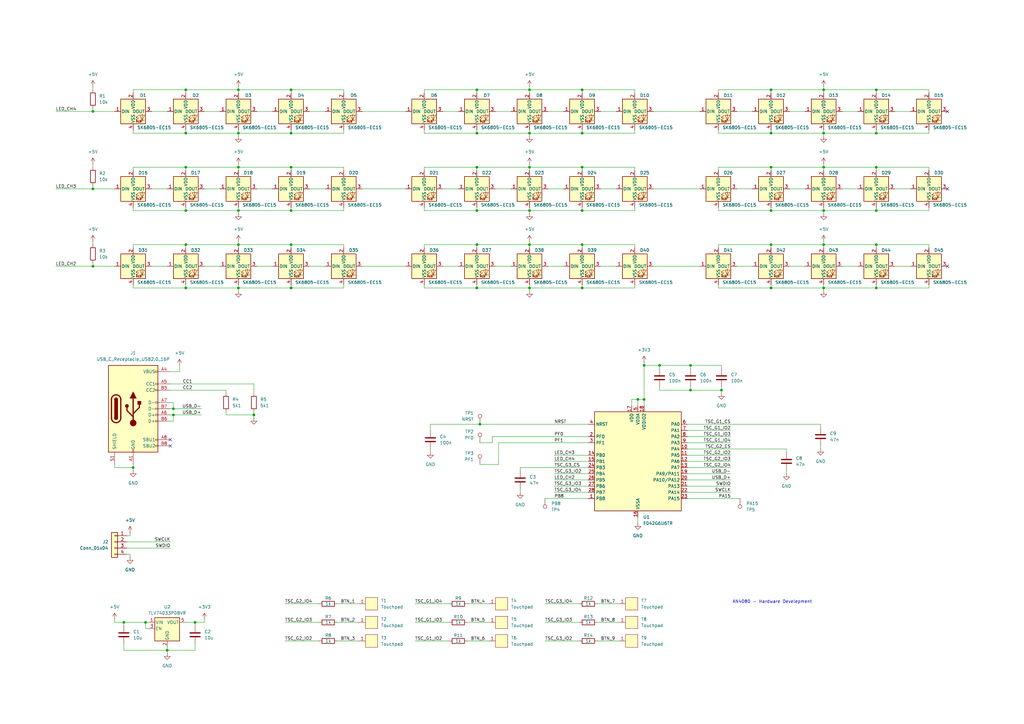
<source format=kicad_sch>
(kicad_sch (version 20250114) (generator "eeschema") (generator_version "9.0")
  (paper "A3")
  (text "AN4080 - Hardware Develepment" (at 316.738 246.888 0) (effects (font (size 1.27 1.27))))
  (junction (at 195.58 36.83))
  (junction (at 76.2 118.11))
  (junction (at 119.38 54.61))
  (junction (at 261.62 163.83))
  (junction (at 359.41 68.58))
  (junction (at 316.23 100.33))
  (junction (at 97.79 86.36))
  (junction (at 316.23 118.11))
  (junction (at 71.12 167.64))
  (junction (at 50.8 255.27))
  (junction (at 316.23 68.58))
  (junction (at 97.79 118.11))
  (junction (at 59.69 255.27))
  (junction (at 97.79 54.61))
  (junction (at 337.82 68.58))
  (junction (at 76.2 86.36))
  (junction (at 359.41 86.36))
  (junction (at 68.58 266.7))
  (junction (at 337.82 54.61))
  (junction (at 283.21 160.02))
  (junction (at 359.41 118.11))
  (junction (at 316.23 36.83))
  (junction (at 119.38 100.33))
  (junction (at 38.1 77.47))
  (junction (at 119.38 86.36))
  (junction (at 80.01 255.27))
  (junction (at 76.2 36.83))
  (junction (at 238.76 100.33))
  (junction (at 97.79 100.33))
  (junction (at 238.76 54.61))
  (junction (at 217.17 68.58))
  (junction (at 316.23 54.61))
  (junction (at 295.91 160.02))
  (junction (at 283.21 149.86))
  (junction (at 76.2 100.33))
  (junction (at 337.82 36.83))
  (junction (at 264.16 163.83))
  (junction (at 238.76 36.83))
  (junction (at 238.76 68.58))
  (junction (at 238.76 86.36))
  (junction (at 359.41 100.33))
  (junction (at 270.51 149.86))
  (junction (at 316.23 86.36))
  (junction (at 119.38 36.83))
  (junction (at 217.17 86.36))
  (junction (at 217.17 54.61))
  (junction (at 104.14 170.18))
  (junction (at 217.17 118.11))
  (junction (at 337.82 100.33))
  (junction (at 195.58 54.61))
  (junction (at 359.41 36.83))
  (junction (at 264.16 149.86))
  (junction (at 217.17 36.83))
  (junction (at 196.85 173.99))
  (junction (at 97.79 36.83))
  (junction (at 195.58 68.58))
  (junction (at 54.61 191.77))
  (junction (at 76.2 68.58))
  (junction (at 71.12 170.18))
  (junction (at 337.82 86.36))
  (junction (at 38.1 45.72))
  (junction (at 238.76 118.11))
  (junction (at 38.1 109.22))
  (junction (at 195.58 100.33))
  (junction (at 337.82 118.11))
  (junction (at 195.58 86.36))
  (junction (at 76.2 54.61))
  (junction (at 195.58 118.11))
  (junction (at 97.79 68.58))
  (junction (at 217.17 100.33))
  (junction (at 119.38 68.58))
  (junction (at 119.38 118.11))
  (junction (at 359.41 54.61))
  (no_connect (at 388.62 45.72))
  (no_connect (at 388.62 77.47))
  (no_connect (at 69.85 180.34))
  (no_connect (at 69.85 182.88))
  (no_connect (at 388.62 109.22))
  (wire (pts (xy 195.58 69.85) (xy 195.58 68.58)))
  (wire (pts (xy 270.51 158.75) (xy 270.51 160.02)))
  (wire (pts (xy 170.18 262.89) (xy 184.15 262.89)))
  (wire (pts (xy 359.41 68.58) (xy 337.82 68.58)))
  (wire (pts (xy 316.23 101.6) (xy 316.23 100.33)))
  (wire (pts (xy 238.76 118.11) (xy 217.17 118.11)))
  (wire (pts (xy 97.79 100.33) (xy 97.79 101.6)))
  (wire (pts (xy 97.79 116.84) (xy 97.79 118.11)))
  (wire (pts (xy 238.76 101.6) (xy 238.76 100.33)))
  (wire (pts (xy 217.17 68.58) (xy 217.17 69.85)))
  (wire (pts (xy 223.52 204.47) (xy 241.3 204.47)))
  (wire (pts (xy 381 116.84) (xy 381 118.11)))
  (wire (pts (xy 54.61 68.58) (xy 76.2 68.58)))
  (wire (pts (xy 119.38 100.33) (xy 97.79 100.33)))
  (wire (pts (xy 53.34 218.44) (xy 53.34 219.71)))
  (wire (pts (xy 260.35 118.11) (xy 238.76 118.11)))
  (wire (pts (xy 97.79 99.06) (xy 97.79 100.33)))
  (wire (pts (xy 381 86.36) (xy 359.41 86.36)))
  (wire (pts (xy 337.82 100.33) (xy 337.82 101.6)))
  (wire (pts (xy 259.08 166.37) (xy 259.08 163.83)))
  (wire (pts (xy 195.58 85.09) (xy 195.58 86.36)))
  (wire (pts (xy 294.64 100.33) (xy 316.23 100.33)))
  (wire (pts (xy 119.38 85.09) (xy 119.38 86.36)))
  (wire (pts (xy 82.55 167.64) (xy 71.12 167.64)))
  (wire (pts (xy 119.38 54.61) (xy 97.79 54.61)))
  (wire (pts (xy 261.62 163.83) (xy 264.16 163.83)))
  (wire (pts (xy 97.79 36.83) (xy 97.79 38.1)))
  (wire (pts (xy 59.69 255.27) (xy 50.8 255.27)))
  (wire (pts (xy 260.35 100.33) (xy 238.76 100.33)))
  (wire (pts (xy 80.01 255.27) (xy 80.01 256.54)))
  (wire (pts (xy 181.61 109.22) (xy 187.96 109.22)))
  (wire (pts (xy 203.2 109.22) (xy 209.55 109.22)))
  (wire (pts (xy 217.17 116.84) (xy 217.17 118.11)))
  (wire (pts (xy 260.35 54.61) (xy 238.76 54.61)))
  (wire (pts (xy 76.2 116.84) (xy 76.2 118.11)))
  (wire (pts (xy 260.35 86.36) (xy 238.76 86.36)))
  (wire (pts (xy 82.55 170.18) (xy 71.12 170.18)))
  (wire (pts (xy 259.08 163.83) (xy 261.62 163.83)))
  (wire (pts (xy 60.96 255.27) (xy 59.69 255.27)))
  (wire (pts (xy 138.43 247.65) (xy 147.32 247.65)))
  (wire (pts (xy 173.99 38.1) (xy 173.99 36.83)))
  (wire (pts (xy 119.38 38.1) (xy 119.38 36.83)))
  (wire (pts (xy 71.12 170.18) (xy 71.12 172.72)))
  (wire (pts (xy 337.82 35.56) (xy 337.82 36.83)))
  (wire (pts (xy 195.58 118.11) (xy 173.99 118.11)))
  (wire (pts (xy 227.33 186.69) (xy 241.3 186.69)))
  (wire (pts (xy 299.72 199.39) (xy 281.94 199.39)))
  (wire (pts (xy 283.21 160.02) (xy 295.91 160.02)))
  (wire (pts (xy 97.79 55.88) (xy 97.79 54.61)))
  (wire (pts (xy 381 68.58) (xy 359.41 68.58)))
  (wire (pts (xy 195.58 86.36) (xy 173.99 86.36)))
  (wire (pts (xy 62.23 45.72) (xy 68.58 45.72)))
  (wire (pts (xy 267.97 45.72) (xy 287.02 45.72)))
  (wire (pts (xy 359.41 53.34) (xy 359.41 54.61)))
  (wire (pts (xy 294.64 86.36) (xy 294.64 85.09)))
  (wire (pts (xy 260.35 53.34) (xy 260.35 54.61)))
  (wire (pts (xy 204.47 181.61) (xy 241.3 181.61)))
  (wire (pts (xy 316.23 54.61) (xy 294.64 54.61)))
  (wire (pts (xy 316.23 116.84) (xy 316.23 118.11)))
  (wire (pts (xy 83.82 254) (xy 83.82 255.27)))
  (wire (pts (xy 83.82 109.22) (xy 90.17 109.22)))
  (wire (pts (xy 264.16 163.83) (xy 264.16 149.86)))
  (wire (pts (xy 217.17 54.61) (xy 195.58 54.61)))
  (wire (pts (xy 345.44 77.47) (xy 351.79 77.47)))
  (wire (pts (xy 138.43 255.27) (xy 147.32 255.27)))
  (wire (pts (xy 238.76 36.83) (xy 217.17 36.83)))
  (wire (pts (xy 261.62 212.09) (xy 261.62 214.63)))
  (wire (pts (xy 104.14 161.29) (xy 104.14 157.48)))
  (wire (pts (xy 54.61 54.61) (xy 54.61 53.34)))
  (wire (pts (xy 217.17 55.88) (xy 217.17 54.61)))
  (wire (pts (xy 246.38 77.47) (xy 252.73 77.47)))
  (wire (pts (xy 283.21 151.13) (xy 283.21 149.86)))
  (wire (pts (xy 127 109.22) (xy 133.35 109.22)))
  (wire (pts (xy 283.21 158.75) (xy 283.21 160.02)))
  (wire (pts (xy 181.61 77.47) (xy 187.96 77.47)))
  (wire (pts (xy 281.94 186.69) (xy 299.72 186.69)))
  (wire (pts (xy 76.2 85.09) (xy 76.2 86.36)))
  (wire (pts (xy 148.59 77.47) (xy 166.37 77.47)))
  (wire (pts (xy 381 53.34) (xy 381 54.61)))
  (wire (pts (xy 38.1 109.22) (xy 46.99 109.22)))
  (wire (pts (xy 245.11 255.27) (xy 254 255.27)))
  (wire (pts (xy 260.35 38.1) (xy 260.35 36.83)))
  (wire (pts (xy 337.82 55.88) (xy 337.82 54.61)))
  (wire (pts (xy 54.61 191.77) (xy 54.61 193.04)))
  (wire (pts (xy 69.85 222.25) (xy 52.07 222.25)))
  (wire (pts (xy 140.97 54.61) (xy 119.38 54.61)))
  (wire (pts (xy 92.71 170.18) (xy 92.71 168.91)))
  (wire (pts (xy 203.2 77.47) (xy 209.55 77.47)))
  (wire (pts (xy 97.79 35.56) (xy 97.79 36.83)))
  (wire (pts (xy 245.11 262.89) (xy 254 262.89)))
  (wire (pts (xy 140.97 53.34) (xy 140.97 54.61)))
  (wire (pts (xy 217.17 119.38) (xy 217.17 118.11)))
  (wire (pts (xy 260.35 36.83) (xy 238.76 36.83)))
  (wire (pts (xy 38.1 44.45) (xy 38.1 45.72)))
  (wire (pts (xy 316.23 68.58) (xy 337.82 68.58)))
  (wire (pts (xy 140.97 118.11) (xy 119.38 118.11)))
  (wire (pts (xy 227.33 189.23) (xy 241.3 189.23)))
  (wire (pts (xy 76.2 101.6) (xy 76.2 100.33)))
  (wire (pts (xy 76.2 69.85) (xy 76.2 68.58)))
  (wire (pts (xy 97.79 54.61) (xy 76.2 54.61)))
  (wire (pts (xy 191.77 255.27) (xy 200.66 255.27)))
  (wire (pts (xy 238.76 38.1) (xy 238.76 36.83)))
  (wire (pts (xy 127 77.47) (xy 133.35 77.47)))
  (wire (pts (xy 50.8 264.16) (xy 50.8 266.7)))
  (wire (pts (xy 295.91 151.13) (xy 295.91 149.86)))
  (wire (pts (xy 54.61 100.33) (xy 76.2 100.33)))
  (wire (pts (xy 281.94 176.53) (xy 299.72 176.53)))
  (wire (pts (xy 173.99 100.33) (xy 195.58 100.33)))
  (wire (pts (xy 195.58 116.84) (xy 195.58 118.11)))
  (wire (pts (xy 76.2 38.1) (xy 76.2 36.83)))
  (wire (pts (xy 119.38 36.83) (xy 97.79 36.83)))
  (wire (pts (xy 127 45.72) (xy 133.35 45.72)))
  (wire (pts (xy 52.07 227.33) (xy 53.34 227.33)))
  (wire (pts (xy 62.23 77.47) (xy 68.58 77.47)))
  (wire (pts (xy 260.35 68.58) (xy 238.76 68.58)))
  (wire (pts (xy 281.94 181.61) (xy 299.72 181.61)))
  (wire (pts (xy 227.33 196.85) (xy 241.3 196.85)))
  (wire (pts (xy 176.53 185.42) (xy 176.53 184.15)))
  (wire (pts (xy 69.85 157.48) (xy 104.14 157.48)))
  (wire (pts (xy 60.96 257.81) (xy 59.69 257.81)))
  (wire (pts (xy 116.84 262.89) (xy 130.81 262.89)))
  (wire (pts (xy 71.12 165.1) (xy 71.12 167.64)))
  (wire (pts (xy 367.03 45.72) (xy 373.38 45.72)))
  (wire (pts (xy 246.38 109.22) (xy 252.73 109.22)))
  (wire (pts (xy 238.76 69.85) (xy 238.76 68.58)))
  (wire (pts (xy 50.8 266.7) (xy 68.58 266.7)))
  (wire (pts (xy 52.07 219.71) (xy 53.34 219.71)))
  (wire (pts (xy 323.85 77.47) (xy 330.2 77.47)))
  (wire (pts (xy 316.23 118.11) (xy 294.64 118.11)))
  (wire (pts (xy 119.38 86.36) (xy 97.79 86.36)))
  (wire (pts (xy 119.38 69.85) (xy 119.38 68.58)))
  (wire (pts (xy 196.85 173.99) (xy 241.3 173.99)))
  (wire (pts (xy 38.1 77.47) (xy 46.99 77.47)))
  (wire (pts (xy 69.85 224.79) (xy 52.07 224.79)))
  (wire (pts (xy 140.97 116.84) (xy 140.97 118.11)))
  (wire (pts (xy 299.72 196.85) (xy 281.94 196.85)))
  (wire (pts (xy 337.82 86.36) (xy 316.23 86.36)))
  (wire (pts (xy 38.1 45.72) (xy 46.99 45.72)))
  (wire (pts (xy 46.99 255.27) (xy 50.8 255.27)))
  (wire (pts (xy 140.97 100.33) (xy 119.38 100.33)))
  (wire (pts (xy 223.52 247.65) (xy 237.49 247.65)))
  (wire (pts (xy 54.61 101.6) (xy 54.61 100.33)))
  (wire (pts (xy 337.82 119.38) (xy 337.82 118.11)))
  (wire (pts (xy 260.35 85.09) (xy 260.35 86.36)))
  (wire (pts (xy 217.17 86.36) (xy 195.58 86.36)))
  (wire (pts (xy 80.01 264.16) (xy 80.01 266.7)))
  (wire (pts (xy 54.61 118.11) (xy 54.61 116.84)))
  (wire (pts (xy 223.52 262.89) (xy 237.49 262.89)))
  (wire (pts (xy 261.62 166.37) (xy 261.62 163.83)))
  (wire (pts (xy 97.79 118.11) (xy 76.2 118.11)))
  (wire (pts (xy 83.82 255.27) (xy 80.01 255.27)))
  (wire (pts (xy 105.41 45.72) (xy 111.76 45.72)))
  (wire (pts (xy 69.85 160.02) (xy 92.71 160.02)))
  (wire (pts (xy 381 38.1) (xy 381 36.83)))
  (wire (pts (xy 336.55 175.26) (xy 336.55 173.99)))
  (wire (pts (xy 367.03 77.47) (xy 373.38 77.47)))
  (wire (pts (xy 316.23 85.09) (xy 316.23 86.36)))
  (wire (pts (xy 92.71 160.02) (xy 92.71 161.29)))
  (wire (pts (xy 68.58 266.7) (xy 68.58 265.43)))
  (wire (pts (xy 76.2 100.33) (xy 97.79 100.33)))
  (wire (pts (xy 224.79 77.47) (xy 231.14 77.47)))
  (wire (pts (xy 53.34 227.33) (xy 53.34 228.6)))
  (wire (pts (xy 22.86 77.47) (xy 38.1 77.47)))
  (wire (pts (xy 46.99 191.77) (xy 46.99 190.5)))
  (wire (pts (xy 381 69.85) (xy 381 68.58)))
  (wire (pts (xy 260.35 101.6) (xy 260.35 100.33)))
  (wire (pts (xy 22.86 45.72) (xy 38.1 45.72)))
  (wire (pts (xy 294.64 54.61) (xy 294.64 53.34)))
  (wire (pts (xy 97.79 68.58) (xy 97.79 69.85)))
  (wire (pts (xy 217.17 35.56) (xy 217.17 36.83)))
  (wire (pts (xy 224.79 109.22) (xy 231.14 109.22)))
  (wire (pts (xy 59.69 257.81) (xy 59.69 255.27)))
  (wire (pts (xy 238.76 54.61) (xy 217.17 54.61)))
  (wire (pts (xy 316.23 36.83) (xy 337.82 36.83)))
  (wire (pts (xy 316.23 38.1) (xy 316.23 36.83)))
  (wire (pts (xy 54.61 69.85) (xy 54.61 68.58)))
  (wire (pts (xy 238.76 116.84) (xy 238.76 118.11)))
  (wire (pts (xy 119.38 118.11) (xy 97.79 118.11)))
  (wire (pts (xy 217.17 99.06) (xy 217.17 100.33)))
  (wire (pts (xy 359.41 118.11) (xy 337.82 118.11)))
  (wire (pts (xy 217.17 67.31) (xy 217.17 68.58)))
  (wire (pts (xy 337.82 99.06) (xy 337.82 100.33)))
  (wire (pts (xy 281.94 189.23) (xy 299.72 189.23)))
  (wire (pts (xy 119.38 68.58) (xy 97.79 68.58)))
  (wire (pts (xy 281.94 173.99) (xy 336.55 173.99)))
  (wire (pts (xy 267.97 109.22) (xy 287.02 109.22)))
  (wire (pts (xy 181.61 45.72) (xy 187.96 45.72)))
  (wire (pts (xy 104.14 170.18) (xy 104.14 168.91)))
  (wire (pts (xy 322.58 185.42) (xy 322.58 184.15)))
  (wire (pts (xy 281.94 179.07) (xy 299.72 179.07)))
  (wire (pts (xy 76.2 86.36) (xy 54.61 86.36)))
  (wire (pts (xy 323.85 45.72) (xy 330.2 45.72)))
  (wire (pts (xy 345.44 45.72) (xy 351.79 45.72)))
  (wire (pts (xy 267.97 77.47) (xy 287.02 77.47)))
  (wire (pts (xy 213.36 201.93) (xy 213.36 200.66)))
  (wire (pts (xy 270.51 160.02) (xy 283.21 160.02)))
  (wire (pts (xy 359.41 36.83) (xy 337.82 36.83)))
  (wire (pts (xy 294.64 36.83) (xy 316.23 36.83)))
  (wire (pts (xy 270.51 149.86) (xy 270.51 151.13)))
  (wire (pts (xy 116.84 255.27) (xy 130.81 255.27)))
  (wire (pts (xy 337.82 68.58) (xy 337.82 69.85)))
  (wire (pts (xy 281.94 184.15) (xy 322.58 184.15)))
  (wire (pts (xy 336.55 184.15) (xy 336.55 182.88)))
  (wire (pts (xy 381 54.61) (xy 359.41 54.61)))
  (wire (pts (xy 119.38 53.34) (xy 119.38 54.61)))
  (wire (pts (xy 69.85 172.72) (xy 71.12 172.72)))
  (wire (pts (xy 359.41 38.1) (xy 359.41 36.83)))
  (wire (pts (xy 191.77 262.89) (xy 200.66 262.89)))
  (wire (pts (xy 116.84 247.65) (xy 130.81 247.65)))
  (wire (pts (xy 381 101.6) (xy 381 100.33)))
  (wire (pts (xy 270.51 149.86) (xy 283.21 149.86)))
  (wire (pts (xy 294.64 101.6) (xy 294.64 100.33)))
  (wire (pts (xy 97.79 53.34) (xy 97.79 54.61)))
  (wire (pts (xy 203.2 45.72) (xy 209.55 45.72)))
  (wire (pts (xy 238.76 68.58) (xy 217.17 68.58)))
  (wire (pts (xy 191.77 247.65) (xy 200.66 247.65)))
  (wire (pts (xy 238.76 53.34) (xy 238.76 54.61)))
  (wire (pts (xy 176.53 176.53) (xy 176.53 173.99)))
  (wire (pts (xy 337.82 116.84) (xy 337.82 118.11)))
  (wire (pts (xy 173.99 86.36) (xy 173.99 85.09)))
  (wire (pts (xy 119.38 116.84) (xy 119.38 118.11)))
  (wire (pts (xy 173.99 101.6) (xy 173.99 100.33)))
  (wire (pts (xy 140.97 38.1) (xy 140.97 36.83)))
  (wire (pts (xy 359.41 116.84) (xy 359.41 118.11)))
  (wire (pts (xy 140.97 69.85) (xy 140.97 68.58)))
  (wire (pts (xy 223.52 255.27) (xy 237.49 255.27)))
  (wire (pts (xy 196.85 190.5) (xy 204.47 190.5)))
  (wire (pts (xy 173.99 68.58) (xy 195.58 68.58)))
  (wire (pts (xy 54.61 38.1) (xy 54.61 36.83)))
  (wire (pts (xy 227.33 199.39) (xy 241.3 199.39)))
  (wire (pts (xy 381 36.83) (xy 359.41 36.83)))
  (wire (pts (xy 54.61 36.83) (xy 76.2 36.83)))
  (wire (pts (xy 83.82 77.47) (xy 90.17 77.47)))
  (wire (pts (xy 294.64 69.85) (xy 294.64 68.58)))
  (wire (pts (xy 148.59 45.72) (xy 166.37 45.72)))
  (wire (pts (xy 148.59 109.22) (xy 166.37 109.22)))
  (wire (pts (xy 140.97 86.36) (xy 119.38 86.36)))
  (wire (pts (xy 227.33 194.31) (xy 241.3 194.31)))
  (wire (pts (xy 38.1 35.56) (xy 38.1 36.83)))
  (wire (pts (xy 173.99 69.85) (xy 173.99 68.58)))
  (wire (pts (xy 381 100.33) (xy 359.41 100.33)))
  (wire (pts (xy 299.72 201.93) (xy 281.94 201.93)))
  (wire (pts (xy 69.85 167.64) (xy 71.12 167.64)))
  (wire (pts (xy 359.41 54.61) (xy 337.82 54.61)))
  (wire (pts (xy 195.58 36.83) (xy 217.17 36.83)))
  (wire (pts (xy 302.26 109.22) (xy 308.61 109.22)))
  (wire (pts (xy 173.99 54.61) (xy 173.99 53.34)))
  (wire (pts (xy 173.99 36.83) (xy 195.58 36.83)))
  (wire (pts (xy 264.16 149.86) (xy 264.16 148.59)))
  (wire (pts (xy 173.99 118.11) (xy 173.99 116.84)))
  (wire (pts (xy 140.97 101.6) (xy 140.97 100.33)))
  (wire (pts (xy 38.1 76.2) (xy 38.1 77.47)))
  (wire (pts (xy 337.82 53.34) (xy 337.82 54.61)))
  (wire (pts (xy 359.41 85.09) (xy 359.41 86.36)))
  (wire (pts (xy 245.11 247.65) (xy 254 247.65)))
  (wire (pts (xy 295.91 158.75) (xy 295.91 160.02)))
  (wire (pts (xy 337.82 67.31) (xy 337.82 68.58)))
  (wire (pts (xy 316.23 53.34) (xy 316.23 54.61)))
  (wire (pts (xy 97.79 119.38) (xy 97.79 118.11)))
  (wire (pts (xy 359.41 101.6) (xy 359.41 100.33)))
  (wire (pts (xy 337.82 118.11) (xy 316.23 118.11)))
  (wire (pts (xy 38.1 99.06) (xy 38.1 100.33)))
  (wire (pts (xy 381 85.09) (xy 381 86.36)))
  (wire (pts (xy 71.12 170.18) (xy 69.85 170.18)))
  (wire (pts (xy 80.01 266.7) (xy 68.58 266.7)))
  (wire (pts (xy 381 118.11) (xy 359.41 118.11)))
  (wire (pts (xy 119.38 101.6) (xy 119.38 100.33)))
  (wire (pts (xy 323.85 109.22) (xy 330.2 109.22)))
  (wire (pts (xy 195.58 53.34) (xy 195.58 54.61)))
  (wire (pts (xy 140.97 85.09) (xy 140.97 86.36)))
  (wire (pts (xy 302.26 77.47) (xy 308.61 77.47)))
  (wire (pts (xy 201.93 181.61) (xy 201.93 179.07)))
  (wire (pts (xy 337.82 85.09) (xy 337.82 86.36)))
  (wire (pts (xy 76.2 68.58) (xy 97.79 68.58)))
  (wire (pts (xy 295.91 161.29) (xy 295.91 160.02)))
  (wire (pts (xy 264.16 166.37) (xy 264.16 163.83)))
  (wire (pts (xy 83.82 45.72) (xy 90.17 45.72)))
  (wire (pts (xy 50.8 255.27) (xy 50.8 256.54)))
  (wire (pts (xy 367.03 109.22) (xy 373.38 109.22)))
  (wire (pts (xy 359.41 86.36) (xy 337.82 86.36)))
  (wire (pts (xy 97.79 87.63) (xy 97.79 86.36)))
  (wire (pts (xy 76.2 54.61) (xy 54.61 54.61)))
  (wire (pts (xy 97.79 85.09) (xy 97.79 86.36)))
  (wire (pts (xy 213.36 191.77) (xy 241.3 191.77)))
  (wire (pts (xy 217.17 36.83) (xy 217.17 38.1)))
  (wire (pts (xy 62.23 109.22) (xy 68.58 109.22)))
  (wire (pts (xy 302.26 45.72) (xy 308.61 45.72)))
  (wire (pts (xy 195.58 100.33) (xy 217.17 100.33)))
  (wire (pts (xy 217.17 85.09) (xy 217.17 86.36)))
  (wire (pts (xy 281.94 191.77) (xy 299.72 191.77)))
  (wire (pts (xy 170.18 247.65) (xy 184.15 247.65)))
  (wire (pts (xy 345.44 109.22) (xy 351.79 109.22)))
  (wire (pts (xy 260.35 69.85) (xy 260.35 68.58)))
  (wire (pts (xy 97.79 86.36) (xy 76.2 86.36)))
  (wire (pts (xy 76.2 53.34) (xy 76.2 54.61)))
  (wire (pts (xy 54.61 190.5) (xy 54.61 191.77)))
  (wire (pts (xy 246.38 45.72) (xy 252.73 45.72)))
  (wire (pts (xy 337.82 87.63) (xy 337.82 86.36)))
  (wire (pts (xy 204.47 190.5) (xy 204.47 181.61)))
  (wire (pts (xy 140.97 36.83) (xy 119.38 36.83)))
  (wire (pts (xy 213.36 193.04) (xy 213.36 191.77)))
  (wire (pts (xy 224.79 45.72) (xy 231.14 45.72)))
  (wire (pts (xy 76.2 255.27) (xy 80.01 255.27)))
  (wire (pts (xy 195.58 101.6) (xy 195.58 100.33)))
  (wire (pts (xy 69.85 165.1) (xy 71.12 165.1)))
  (wire (pts (xy 337.82 54.61) (xy 316.23 54.61)))
  (wire (pts (xy 294.64 38.1) (xy 294.64 36.83)))
  (wire (pts (xy 196.85 181.61) (xy 201.93 181.61)))
  (wire (pts (xy 294.64 68.58) (xy 316.23 68.58)))
  (wire (pts (xy 337.82 36.83) (xy 337.82 38.1)))
  (wire (pts (xy 217.17 53.34) (xy 217.17 54.61)))
  (wire (pts (xy 140.97 68.58) (xy 119.38 68.58)))
  (wire (pts (xy 73.66 149.86) (xy 73.66 152.4)))
  (wire (pts (xy 195.58 38.1) (xy 195.58 36.83)))
  (wire (pts (xy 170.18 255.27) (xy 184.15 255.27)))
  (wire (pts (xy 76.2 36.83) (xy 97.79 36.83)))
  (wire (pts (xy 73.66 152.4) (xy 69.85 152.4)))
  (wire (pts (xy 359.41 69.85) (xy 359.41 68.58)))
  (wire (pts (xy 217.17 118.11) (xy 195.58 118.11)))
  (wire (pts (xy 281.94 204.47) (xy 303.53 204.47)))
  (wire (pts (xy 97.79 67.31) (xy 97.79 68.58)))
  (wire (pts (xy 316.23 69.85) (xy 316.23 68.58)))
  (wire (pts (xy 299.72 194.31) (xy 281.94 194.31)))
  (wire (pts (xy 316.23 86.36) (xy 294.64 86.36)))
  (wire (pts (xy 283.21 149.86) (xy 295.91 149.86)))
  (wire (pts (xy 238.76 86.36) (xy 217.17 86.36)))
  (wire (pts (xy 227.33 201.93) (xy 241.3 201.93)))
  (wire (pts (xy 38.1 107.95) (xy 38.1 109.22)))
  (wire (pts (xy 38.1 67.31) (xy 38.1 68.58)))
  (wire (pts (xy 316.23 100.33) (xy 337.82 100.33)))
  (wire (pts (xy 105.41 77.47) (xy 111.76 77.47)))
  (wire (pts (xy 68.58 266.7) (xy 68.58 267.97)))
  (wire (pts (xy 217.17 100.33) (xy 217.17 101.6)))
  (wire (pts (xy 195.58 68.58) (xy 217.17 68.58)))
  (wire (pts (xy 105.41 109.22) (xy 111.76 109.22)))
  (wire (pts (xy 76.2 118.11) (xy 54.61 118.11)))
  (wire (pts (xy 104.14 170.18) (xy 104.14 171.45)))
  (wire (pts (xy 294.64 118.11) (xy 294.64 116.84)))
  (wire (pts (xy 322.58 194.31) (xy 322.58 193.04)))
  (wire (pts (xy 260.35 116.84) (xy 260.35 118.11)))
  (wire (pts (xy 46.99 254) (xy 46.99 255.27)))
  (wire (pts (xy 176.53 173.99) (xy 196.85 173.99)))
  (wire (pts (xy 54.61 191.77) (xy 46.99 191.77)))
  (wire (pts (xy 22.86 109.22) (xy 38.1 109.22)))
  (wire (pts (xy 195.58 54.61) (xy 173.99 54.61)))
  (wire (pts (xy 138.43 262.89) (xy 147.32 262.89)))
  (wire (pts (xy 54.61 86.36) (xy 54.61 85.09)))
  (wire (pts (xy 217.17 87.63) (xy 217.17 86.36)))
  (wire (pts (xy 238.76 100.33) (xy 217.17 100.33)))
  (wire (pts (xy 359.41 100.33) (xy 337.82 100.33)))
  (wire (pts (xy 264.16 149.86) (xy 270.51 149.86)))
  (wire (pts (xy 104.14 170.18) (xy 92.71 170.18)))
  (wire (pts (xy 238.76 85.09) (xy 238.76 86.36)))
  (wire (pts (xy 201.93 179.07) (xy 241.3 179.07)))
  (label "SWDIO" (at 69.85 224.79 180))
  (label "TSC_G1_IO2" (at 170.18 262.89 0))
  (label "CC1" (at 74.93 157.48 0))
  (label "TSC_G3_IO4" (at 227.33 201.93 0))
  (label "TSC_G3_IO4" (at 223.52 247.65 0))
  (label "TSC_G1_IO3" (at 170.18 255.27 0))
  (label "TSC_G3_CS" (at 227.33 191.77 0))
  (label "BTN_7" (at 246.38 247.65 0))
  (label "BTN_3" (at 139.7 262.89 0))
  (label "SWCLK" (at 69.85 222.25 180))
  (label "BTN_1" (at 139.7 247.65 0))
  (label "TSC_G2_IO3" (at 116.84 255.27 0))
  (label "TSC_G1_IO4" (at 299.72 181.61 180))
  (label "USB_D-" (at 82.55 167.64 180))
  (label "BTN_5" (at 193.04 255.27 0))
  (label "PB8" (at 227.33 204.47 0))
  (label "TSC_G3_IO2" (at 227.33 194.31 0))
  (label "PA15" (at 299.72 204.47 180))
  (label "TSC_G2_IO2" (at 299.72 186.69 180))
  (label "BTN_2" (at 139.7 255.27 0))
  (label "BTN_8" (at 246.38 255.27 0))
  (label "SWDIO" (at 299.72 199.39 180))
  (label "TSC_G1_IO4" (at 170.18 247.65 0))
  (label "TSC_G1_IO3" (at 299.72 179.07 180))
  (label "LED_CH3" (at 22.86 77.47 0))
  (label "TSC_G2_IO4" (at 299.72 191.77 180))
  (label "LED_CH4" (at 227.33 189.23 0))
  (label "CC2" (at 74.93 160.02 0))
  (label "TSC_G2_IO2" (at 116.84 262.89 0))
  (label "USB_D+" (at 299.72 196.85 180))
  (label "TSC_G2_IO3" (at 299.72 189.23 180))
  (label "BTN_9" (at 246.38 262.89 0))
  (label "LED_CH2" (at 22.86 109.22 0))
  (label "TSC_G3_IO3" (at 227.33 199.39 0))
  (label "TSC_G1_CS" (at 299.72 173.99 180))
  (label "TSC_G3_IO3" (at 223.52 255.27 0))
  (label "BTN_4" (at 193.04 247.65 0))
  (label "TSC_G1_IO2" (at 299.72 176.53 180))
  (label "PF0" (at 227.33 179.07 0))
  (label "NRST" (at 227.33 173.99 0))
  (label "LED_CH4" (at 22.86 45.72 0))
  (label "TSC_G3_IO2" (at 223.52 262.89 0))
  (label "LED_CH3" (at 227.33 186.69 0))
  (label "USB_D+" (at 82.55 170.18 180))
  (label "PF1" (at 227.33 181.61 0))
  (label "TSC_G2_IO4" (at 116.84 247.65 0))
  (label "TSC_G2_CS" (at 299.72 184.15 180))
  (label "BTN_6" (at 193.04 262.89 0))
  (label "USB_D-" (at 299.72 194.31 180))
  (label "SWCLK" (at 299.72 201.93 180))
  (label "LED_CH2" (at 227.33 196.85 0))
  (symbol (lib_id "tictactoe:SK6805-EC15") (at 195.58 109.22 0) (unit 1)
    (property "Reference" "D37" (at 199.644 102.616 0))
    (property "Value" "SK6805-EC15" (at 204.216 115.824 0))
    (property "Footprint" "tictactoe-bolt-footprints:SK6805-EC15" (effects (hide yes)))
    (property "Datasheet" "https://www.lcsc.com/datasheet/C2890035.pdf" (effects (hide yes)))
    (property "Description" "RGB LED with integrated controller" (effects (hide yes)))
  )
  (symbol (lib_id "Device:R") (at 38.1 40.64 0) (unit 1)
    (property "Reference" "R1" (at 40.64 39.3699 0) (effects (justify left)))
    (property "Value" "10k" (at 40.64 41.9099 0) (effects (justify left)))
    (property "Footprint" "Resistor_SMD:R_0603_1608Metric_Pad0.98x0.95mm_HandSolder" (effects (hide yes)))
    (property "Description" "Resistor" (effects (hide yes)))
  )
  (symbol (lib_id "power:+3.3V") (at 217.17 35.56 0) (unit 1)
    (property "Reference" "#PWR014" (effects (hide yes)))
    (property "Value" "+5V" (at 217.17 30.48 0))
    (property "Description" "Power symbol creates a global label with name \"+3.3V\"" (effects (hide yes)))
  )
  (symbol (lib_id "tictactoe:SK6805-EC15") (at 173.99 77.47 0) (unit 1)
    (property "Reference" "D21" (at 178.054 70.866 0))
    (property "Value" "SK6805-EC15" (at 182.626 84.074 0))
    (property "Footprint" "tictactoe-bolt-footprints:SK6805-EC15" (effects (hide yes)))
    (property "Datasheet" "https://www.lcsc.com/datasheet/C2890035.pdf" (effects (hide yes)))
    (property "Description" "RGB LED with integrated controller" (effects (hide yes)))
  )
  (symbol (lib_id "tictactoe:SK6805-EC15") (at 260.35 45.72 0) (unit 1)
    (property "Reference" "D10" (at 264.414 39.116 0))
    (property "Value" "SK6805-EC15" (at 268.986 52.324 0))
    (property "Footprint" "tictactoe-bolt-footprints:SK6805-EC15" (effects (hide yes)))
    (property "Datasheet" "https://www.lcsc.com/datasheet/C2890035.pdf" (effects (hide yes)))
    (property "Description" "RGB LED with integrated controller" (effects (hide yes)))
  )
  (symbol (lib_id "tictactoe:SK6805-EC15") (at 54.61 45.72 0) (unit 1)
    (property "Reference" "D1" (at 58.674 39.116 0))
    (property "Value" "SK6805-EC15" (at 63.246 52.324 0))
    (property "Footprint" "tictactoe-bolt-footprints:SK6805-EC15" (effects (hide yes)))
    (property "Datasheet" "https://www.lcsc.com/datasheet/C2890035.pdf" (effects (hide yes)))
    (property "Description" "RGB LED with integrated controller" (effects (hide yes)))
  )
  (symbol (lib_id "Device:C") (at 295.91 154.94 0) (unit 1)
    (property "Reference" "C7" (at 299.72 153.6699 0) (effects (justify left)))
    (property "Value" "100n" (at 299.72 156.2099 0) (effects (justify left)))
    (property "Footprint" "Capacitor_SMD:C_0603_1608Metric_Pad1.08x0.95mm_HandSolder" (effects (hide yes)))
    (property "Description" "Unpolarized capacitor" (effects (hide yes)))
  )
  (symbol (lib_id "Device:C") (at 80.01 260.35 0) (unit 1)
    (property "Reference" "C2" (at 83.82 259.0799 0) (effects (justify left)))
    (property "Value" "10u" (at 83.82 261.6199 0) (effects (justify left)))
    (property "Footprint" "Capacitor_SMD:C_0603_1608Metric_Pad1.08x0.95mm_HandSolder" (effects (hide yes)))
    (property "Description" "Unpolarized capacitor" (effects (hide yes)))
  )
  (symbol (lib_id "Regulator_Linear:AP2127K-3.3") (at 68.58 257.81 0) (unit 1)
    (property "Reference" "U2" (at 68.58 248.92 0))
    (property "Value" "TLV74033PDBVR" (at 68.58 251.46 0))
    (property "Footprint" "Package_TO_SOT_SMD:SOT-23-5" (effects (hide yes)))
    (property "Datasheet" "https://www.diodes.com/assets/Datasheets/AP2127.pdf" (effects (hide yes)))
    (property "Description" "300mA low dropout linear regulator, shutdown pin, 2.5V-6V input voltage, 3.3V fixed positive output, SOT-23-5" (effects (hide yes)))
  )
  (symbol (lib_id "tictactoe:SK6805-EC15") (at 217.17 45.72 0) (unit 1)
    (property "Reference" "D8" (at 221.234 39.116 0))
    (property "Value" "SK6805-EC15" (at 225.806 52.324 0))
    (property "Footprint" "tictactoe-bolt-footprints:SK6805-EC15" (effects (hide yes)))
    (property "Datasheet" "https://www.lcsc.com/datasheet/C2890035.pdf" (effects (hide yes)))
    (property "Description" "RGB LED with integrated controller" (effects (hide yes)))
  )
  (symbol (lib_id "power:GND") (at 213.36 201.93 0) (unit 1)
    (property "Reference" "#PWR029" (effects (hide yes)))
    (property "Value" "GND" (at 213.36 207.01 0))
    (property "Description" "Power symbol creates a global label with name \"GND\" , ground" (effects (hide yes)))
  )
  (symbol (lib_id "power:+3.3V") (at 337.82 35.56 0) (unit 1)
    (property "Reference" "#PWR020" (effects (hide yes)))
    (property "Value" "+5V" (at 337.82 30.48 0))
    (property "Description" "Power symbol creates a global label with name \"+3.3V\"" (effects (hide yes)))
  )
  (symbol (lib_id "power:GND") (at 97.79 119.38 0) (unit 1)
    (property "Reference" "#PWR013" (effects (hide yes)))
    (property "Value" "GND" (effects (hide yes)))
    (property "Description" "Power symbol creates a global label with name \"GND\" , ground" (effects (hide yes)))
  )
  (symbol (lib_id "tictactoe:SK6805-EC15") (at 381 45.72 0) (unit 1)
    (property "Reference" "D15" (at 385.064 39.116 0))
    (property "Value" "SK6805-EC15" (at 389.636 52.324 0))
    (property "Footprint" "tictactoe-bolt-footprints:SK6805-EC15" (effects (hide yes)))
    (property "Datasheet" "https://www.lcsc.com/datasheet/C2890035.pdf" (effects (hide yes)))
    (property "Description" "RGB LED with integrated controller" (effects (hide yes)))
  )
  (symbol (lib_id "power:+3.3V") (at 337.82 67.31 0) (unit 1)
    (property "Reference" "#PWR022" (effects (hide yes)))
    (property "Value" "+5V" (at 337.82 62.23 0))
    (property "Description" "Power symbol creates a global label with name \"+3.3V\"" (effects (hide yes)))
  )
  (symbol (lib_id "power:GND") (at 217.17 87.63 0) (unit 1)
    (property "Reference" "#PWR017" (effects (hide yes)))
    (property "Value" "GND" (effects (hide yes)))
    (property "Description" "Power symbol creates a global label with name \"GND\" , ground" (effects (hide yes)))
  )
  (symbol (lib_id "power:+3.3V") (at 38.1 35.56 0) (unit 1)
    (property "Reference" "#PWR028" (effects (hide yes)))
    (property "Value" "+5V" (at 38.1 30.48 0))
    (property "Description" "Power symbol creates a global label with name \"+3.3V\"" (effects (hide yes)))
  )
  (symbol (lib_id "power:+3.3V") (at 337.82 99.06 0) (unit 1)
    (property "Reference" "#PWR024" (effects (hide yes)))
    (property "Value" "+5V" (at 337.82 93.98 0))
    (property "Description" "Power symbol creates a global label with name \"+3.3V\"" (effects (hide yes)))
  )
  (symbol (lib_id "Device:R") (at 104.14 165.1 0) (unit 1)
    (property "Reference" "R5" (at 106.68 163.8299 0) (effects (justify left)))
    (property "Value" "5k1" (at 106.68 166.3699 0) (effects (justify left)))
    (property "Footprint" "Resistor_SMD:R_0603_1608Metric_Pad0.98x0.95mm_HandSolder" (effects (hide yes)))
    (property "Description" "Resistor" (effects (hide yes)))
  )
  (symbol (lib_id "power:+3.3V") (at 97.79 67.31 0) (unit 1)
    (property "Reference" "#PWR08" (effects (hide yes)))
    (property "Value" "+5V" (at 97.79 62.23 0))
    (property "Description" "Power symbol creates a global label with name \"+3.3V\"" (effects (hide yes)))
  )
  (symbol (lib_id "power:+3.3V") (at 53.34 218.44 0) (unit 1)
    (property "Reference" "#PWR036" (effects (hide yes)))
    (property "Value" "+5V" (at 53.34 213.36 0))
    (property "Description" "Power symbol creates a global label with name \"+3.3V\"" (effects (hide yes)))
  )
  (symbol (lib_id "power:+3.3V") (at 46.99 254 0) (unit 1)
    (property "Reference" "#PWR06" (effects (hide yes)))
    (property "Value" "+5V" (at 46.99 248.92 0))
    (property "Description" "Power symbol creates a global label with name \"+3.3V\"" (effects (hide yes)))
  )
  (symbol (lib_id "Device:R") (at 241.3 262.89 270) (unit 1)
    (property "Reference" "R14" (at 241.3 260.604 90))
    (property "Value" "1k" (at 241.3 262.89 90))
    (property "Footprint" "Resistor_SMD:R_0603_1608Metric_Pad0.98x0.95mm_HandSolder" (effects (hide yes)))
    (property "Description" "Resistor" (effects (hide yes)))
  )
  (symbol (lib_id "tictactoe:SK6805-EC15") (at 359.41 45.72 0) (unit 1)
    (property "Reference" "D14" (at 363.474 39.116 0))
    (property "Value" "SK6805-EC15" (at 368.046 52.324 0))
    (property "Footprint" "tictactoe-bolt-footprints:SK6805-EC15" (effects (hide yes)))
    (property "Datasheet" "https://www.lcsc.com/datasheet/C2890035.pdf" (effects (hide yes)))
    (property "Description" "RGB LED with integrated controller" (effects (hide yes)))
  )
  (symbol (lib_id "MCU_ST_STM32F0:STM32F042G6Ux") (at 261.62 189.23 0) (unit 1)
    (property "Reference" "U1" (at 263.7633 212.09 0) (effects (justify left)))
    (property "Value" "F042G6U6TR" (at 263.7633 214.63 0) (effects (justify left)))
    (property "Footprint" "Package_DFN_QFN:QFN-28_4x4mm_P0.5mm" (effects (hide yes)))
    (property "Datasheet" "https://www.st.com/resource/en/datasheet/stm32f042g6.pdf" (effects (hide yes)))
    (property "Description" "STMicroelectronics Arm Cortex-M0 MCU, 32KB flash, 6KB RAM, 48 MHz, 2.0-3.6V, 23 GPIO, UFQFPN28" (effects (hide yes)))
  )
  (symbol (lib_id "Device:R") (at 38.1 104.14 0) (unit 1)
    (property "Reference" "R3" (at 40.64 102.8699 0) (effects (justify left)))
    (property "Value" "10k" (at 40.64 105.4099 0) (effects (justify left)))
    (property "Footprint" "Resistor_SMD:R_0603_1608Metric_Pad0.98x0.95mm_HandSolder" (effects (hide yes)))
    (property "Description" "Resistor" (effects (hide yes)))
  )
  (symbol (lib_id "Device:C") (at 283.21 154.94 0) (unit 1)
    (property "Reference" "C6" (at 287.02 153.6699 0) (effects (justify left)))
    (property "Value" "100n" (at 287.02 156.2099 0) (effects (justify left)))
    (property "Footprint" "Capacitor_SMD:C_0603_1608Metric_Pad1.08x0.95mm_HandSolder" (effects (hide yes)))
    (property "Description" "Unpolarized capacitor" (effects (hide yes)))
  )
  (symbol (lib_id "power:+3.3V") (at 217.17 99.06 0) (unit 1)
    (property "Reference" "#PWR018" (effects (hide yes)))
    (property "Value" "+5V" (at 217.17 93.98 0))
    (property "Description" "Power symbol creates a global label with name \"+3.3V\"" (effects (hide yes)))
  )
  (symbol (lib_id "tictactoe:SK6805-EC15") (at 316.23 45.72 0) (unit 1)
    (property "Reference" "D12" (at 320.294 39.116 0))
    (property "Value" "SK6805-EC15" (at 324.866 52.324 0))
    (property "Footprint" "tictactoe-bolt-footprints:SK6805-EC15" (effects (hide yes)))
    (property "Datasheet" "https://www.lcsc.com/datasheet/C2890035.pdf" (effects (hide yes)))
    (property "Description" "RGB LED with integrated controller" (effects (hide yes)))
  )
  (symbol (lib_id "Device:R") (at 92.71 165.1 0) (unit 1)
    (property "Reference" "R4" (at 95.25 163.8299 0) (effects (justify left)))
    (property "Value" "5k1" (at 95.25 166.3699 0) (effects (justify left)))
    (property "Footprint" "Resistor_SMD:R_0603_1608Metric_Pad0.98x0.95mm_HandSolder" (effects (hide yes)))
    (property "Description" "Resistor" (effects (hide yes)))
  )
  (symbol (lib_id "Connector:TestPoint") (at 223.52 204.47 0) (mirror x) (unit 1)
    (property "Reference" "TP4" (at 226.06 209.0421 0) (effects (justify left)))
    (property "Value" "PB8" (at 226.06 206.5021 0) (effects (justify left)))
    (property "Footprint" "TestPoint:TestPoint_Pad_D1.0mm" (effects (hide yes)))
    (property "Description" "test point" (effects (hide yes)))
  )
  (symbol (lib_id "tictactoe:SK6805-EC15") (at 54.61 77.47 0) (unit 1)
    (property "Reference" "D16" (at 58.674 70.866 0))
    (property "Value" "SK6805-EC15" (at 63.246 84.074 0))
    (property "Footprint" "tictactoe-bolt-footprints:SK6805-EC15" (effects (hide yes)))
    (property "Datasheet" "https://www.lcsc.com/datasheet/C2890035.pdf" (effects (hide yes)))
    (property "Description" "RGB LED with integrated controller" (effects (hide yes)))
  )
  (symbol (lib_id "tictactoe:SK6805-EC15") (at 294.64 45.72 0) (unit 1)
    (property "Reference" "D11" (at 298.704 39.116 0))
    (property "Value" "SK6805-EC15" (at 303.276 52.324 0))
    (property "Footprint" "tictactoe-bolt-footprints:SK6805-EC15" (effects (hide yes)))
    (property "Datasheet" "https://www.lcsc.com/datasheet/C2890035.pdf" (effects (hide yes)))
    (property "Description" "RGB LED with integrated controller" (effects (hide yes)))
  )
  (symbol (lib_id "power:GND") (at 337.82 87.63 0) (unit 1)
    (property "Reference" "#PWR023" (effects (hide yes)))
    (property "Value" "GND" (effects (hide yes)))
    (property "Description" "Power symbol creates a global label with name \"GND\" , ground" (effects (hide yes)))
  )
  (symbol (lib_id "Device:R") (at 241.3 255.27 270) (unit 1)
    (property "Reference" "R13" (at 241.3 252.984 90))
    (property "Value" "1k" (at 241.3 255.27 90))
    (property "Footprint" "Resistor_SMD:R_0603_1608Metric_Pad0.98x0.95mm_HandSolder" (effects (hide yes)))
    (property "Description" "Resistor" (effects (hide yes)))
  )
  (symbol (lib_id "Connector_Generic:Conn_01x04") (at 46.99 222.25 0) (mirror y) (unit 1)
    (property "Reference" "J2" (at 44.45 222.2499 0) (effects (justify left)))
    (property "Value" "Conn_01x04" (at 44.45 224.7899 0) (effects (justify left)))
    (property "Footprint" "Connector_PinHeader_2.54mm:PinHeader_1x04_P2.54mm_Vertical" (effects (hide yes)))
    (property "Description" "Generic connector, single row, 01x04, script generated (kicad-library-utils/schlib/autogen/connector/)" (effects (hide yes)))
  )
  (symbol (lib_id "Device:C") (at 213.36 196.85 0) (unit 1)
    (property "Reference" "C3" (at 217.17 195.5799 0) (effects (justify left)))
    (property "Value" "47n" (at 217.17 198.1199 0) (effects (justify left)))
    (property "Footprint" "Capacitor_SMD:C_0603_1608Metric_Pad1.08x0.95mm_HandSolder" (effects (hide yes)))
    (property "Description" "Unpolarized capacitor" (effects (hide yes)))
  )
  (symbol (lib_id "tictactoe:SK6805-EC15") (at 54.61 109.22 0) (unit 1)
    (property "Reference" "D31" (at 58.674 102.616 0))
    (property "Value" "SK6805-EC15" (at 63.246 115.824 0))
    (property "Footprint" "tictactoe-bolt-footprints:SK6805-EC15" (effects (hide yes)))
    (property "Datasheet" "https://www.lcsc.com/datasheet/C2890035.pdf" (effects (hide yes)))
    (property "Description" "RGB LED with integrated controller" (effects (hide yes)))
  )
  (symbol (lib_id "tictactoe:SK6805-EC15") (at 337.82 109.22 0) (unit 1)
    (property "Reference" "D43" (at 341.884 102.616 0))
    (property "Value" "SK6805-EC15" (at 346.456 115.824 0))
    (property "Footprint" "tictactoe-bolt-footprints:SK6805-EC15" (effects (hide yes)))
    (property "Datasheet" "https://www.lcsc.com/datasheet/C2890035.pdf" (effects (hide yes)))
    (property "Description" "RGB LED with integrated controller" (effects (hide yes)))
  )
  (symbol (lib_id "power:GND") (at 337.82 55.88 0) (unit 1)
    (property "Reference" "#PWR021" (effects (hide yes)))
    (property "Value" "GND" (effects (hide yes)))
    (property "Description" "Power symbol creates a global label with name \"GND\" , ground" (effects (hide yes)))
  )
  (symbol (lib_id "tictactoe:SK6805-EC15") (at 238.76 109.22 0) (unit 1)
    (property "Reference" "D39" (at 242.824 102.616 0))
    (property "Value" "SK6805-EC15" (at 247.396 115.824 0))
    (property "Footprint" "tictactoe-bolt-footprints:SK6805-EC15" (effects (hide yes)))
    (property "Datasheet" "https://www.lcsc.com/datasheet/C2890035.pdf" (effects (hide yes)))
    (property "Description" "RGB LED with integrated controller" (effects (hide yes)))
  )
  (symbol (lib_id "tictactoe:SK6805-EC15") (at 173.99 45.72 0) (unit 1)
    (property "Reference" "D6" (at 178.054 39.116 0))
    (property "Value" "SK6805-EC15" (at 182.626 52.324 0))
    (property "Footprint" "tictactoe-bolt-footprints:SK6805-EC15" (effects (hide yes)))
    (property "Datasheet" "https://www.lcsc.com/datasheet/C2890035.pdf" (effects (hide yes)))
    (property "Description" "RGB LED with integrated controller" (effects (hide yes)))
  )
  (symbol (lib_id "Connector:USB_C_Receptacle_USB2.0_16P") (at 54.61 167.64 0) (unit 1)
    (property "Reference" "J1" (at 54.61 144.78 0))
    (property "Value" "USB_C_Receptacle_USB2.0_16P" (at 54.61 147.32 0))
    (property "Footprint" "tictactoe-bolt-footprints:USB_C_Receptacle_TYPE-C-16P-CB1-6-073" (effects (hide yes)))
    (property "Datasheet" "https://www.usb.org/sites/default/files/documents/usb_type-c.zip" (effects (hide yes)))
    (property "Description" "USB 2.0-only 16P Type-C Receptacle connector" (effects (hide yes)))
  )
  (symbol (lib_id "tictactoe:Touchpad") (at 259.08 255.27 0) (unit 1)
    (property "Reference" "T8" (at 262.89 253.9999 0) (effects (justify left)))
    (property "Value" "Touchpad" (at 262.89 256.5399 0) (effects (justify left)))
    (property "Footprint" "tictactoe-bolt-footprints:Touch-pad" (effects (hide yes)))
  )
  (symbol (lib_id "power:GND") (at 104.14 171.45 0) (unit 1)
    (property "Reference" "#PWR033" (effects (hide yes)))
    (property "Value" "GND" (effects (hide yes)))
    (property "Description" "Power symbol creates a global label with name \"GND\" , ground" (effects (hide yes)))
  )
  (symbol (lib_id "tictactoe:SK6805-EC15") (at 119.38 77.47 0) (unit 1)
    (property "Reference" "D19" (at 123.444 70.866 0))
    (property "Value" "SK6805-EC15" (at 128.016 84.074 0))
    (property "Footprint" "tictactoe-bolt-footprints:SK6805-EC15" (effects (hide yes)))
    (property "Datasheet" "https://www.lcsc.com/datasheet/C2890035.pdf" (effects (hide yes)))
    (property "Description" "RGB LED with integrated controller" (effects (hide yes)))
  )
  (symbol (lib_id "power:GND") (at 337.82 119.38 0) (unit 1)
    (property "Reference" "#PWR025" (effects (hide yes)))
    (property "Value" "GND" (effects (hide yes)))
    (property "Description" "Power symbol creates a global label with name \"GND\" , ground" (effects (hide yes)))
  )
  (symbol (lib_id "tictactoe:SK6805-EC15") (at 119.38 109.22 0) (unit 1)
    (property "Reference" "D34" (at 123.444 102.616 0))
    (property "Value" "SK6805-EC15" (at 128.016 115.824 0))
    (property "Footprint" "tictactoe-bolt-footprints:SK6805-EC15" (effects (hide yes)))
    (property "Datasheet" "https://www.lcsc.com/datasheet/C2890035.pdf" (effects (hide yes)))
    (property "Description" "RGB LED with integrated controller" (effects (hide yes)))
  )
  (symbol (lib_id "Device:R") (at 187.96 255.27 270) (unit 1)
    (property "Reference" "R10" (at 187.96 252.984 90))
    (property "Value" "1k" (at 187.96 255.27 90))
    (property "Footprint" "Resistor_SMD:R_0603_1608Metric_Pad0.98x0.95mm_HandSolder" (effects (hide yes)))
    (property "Description" "Resistor" (effects (hide yes)))
  )
  (symbol (lib_id "power:GND") (at 53.34 228.6 0) (unit 1)
    (property "Reference" "#PWR035" (effects (hide yes)))
    (property "Value" "GND" (at 53.34 233.68 0))
    (property "Description" "Power symbol creates a global label with name \"GND\" , ground" (effects (hide yes)))
  )
  (symbol (lib_id "power:GND") (at 261.62 214.63 0) (unit 1)
    (property "Reference" "#PWR01" (effects (hide yes)))
    (property "Value" "GND" (at 261.62 219.71 0))
    (property "Description" "Power symbol creates a global label with name \"GND\" , ground" (effects (hide yes)))
  )
  (symbol (lib_id "tictactoe:SK6805-EC15") (at 238.76 77.47 0) (unit 1)
    (property "Reference" "D24" (at 242.824 70.866 0))
    (property "Value" "SK6805-EC15" (at 247.396 84.074 0))
    (property "Footprint" "tictactoe-bolt-footprints:SK6805-EC15" (effects (hide yes)))
    (property "Datasheet" "https://www.lcsc.com/datasheet/C2890035.pdf" (effects (hide yes)))
    (property "Description" "RGB LED with integrated controller" (effects (hide yes)))
  )
  (symbol (lib_id "tictactoe:SK6805-EC15") (at 381 77.47 0) (unit 1)
    (property "Reference" "D30" (at 385.064 70.866 0))
    (property "Value" "SK6805-EC15" (at 389.636 84.074 0))
    (property "Footprint" "tictactoe-bolt-footprints:SK6805-EC15" (effects (hide yes)))
    (property "Datasheet" "https://www.lcsc.com/datasheet/C2890035.pdf" (effects (hide yes)))
    (property "Description" "RGB LED with integrated controller" (effects (hide yes)))
  )
  (symbol (lib_id "tictactoe:Touchpad") (at 152.4 262.89 0) (unit 1)
    (property "Reference" "T3" (at 156.21 261.6199 0) (effects (justify left)))
    (property "Value" "Touchpad" (at 156.21 264.1599 0) (effects (justify left)))
    (property "Footprint" "tictactoe-bolt-footprints:Touch-pad" (effects (hide yes)))
  )
  (symbol (lib_id "power:+3.3V") (at 97.79 35.56 0) (unit 1)
    (property "Reference" "#PWR010" (effects (hide yes)))
    (property "Value" "+5V" (at 97.79 30.48 0))
    (property "Description" "Power symbol creates a global label with name \"+3.3V\"" (effects (hide yes)))
  )
  (symbol (lib_id "Device:C") (at 336.55 179.07 0) (unit 1)
    (property "Reference" "C9" (at 340.36 177.7999 0) (effects (justify left)))
    (property "Value" "47n" (at 340.36 180.3399 0) (effects (justify left)))
    (property "Footprint" "Capacitor_SMD:C_0603_1608Metric_Pad1.08x0.95mm_HandSolder" (effects (hide yes)))
    (property "Description" "Unpolarized capacitor" (effects (hide yes)))
  )
  (symbol (lib_id "power:GND") (at 54.61 193.04 0) (unit 1)
    (property "Reference" "#PWR032" (effects (hide yes)))
    (property "Value" "GND" (at 54.61 198.12 0))
    (property "Description" "Power symbol creates a global label with name \"GND\" , ground" (effects (hide yes)))
  )
  (symbol (lib_id "tictactoe:SK6805-EC15") (at 140.97 77.47 0) (unit 1)
    (property "Reference" "D20" (at 145.034 70.866 0))
    (property "Value" "SK6805-EC15" (at 149.606 84.074 0))
    (property "Footprint" "tictactoe-bolt-footprints:SK6805-EC15" (effects (hide yes)))
    (property "Datasheet" "https://www.lcsc.com/datasheet/C2890035.pdf" (effects (hide yes)))
    (property "Description" "RGB LED with integrated controller" (effects (hide yes)))
  )
  (symbol (lib_id "tictactoe:SK6805-EC15") (at 76.2 77.47 0) (unit 1)
    (property "Reference" "D17" (at 80.264 70.866 0))
    (property "Value" "SK6805-EC15" (at 84.836 84.074 0))
    (property "Footprint" "tictactoe-bolt-footprints:SK6805-EC15" (effects (hide yes)))
    (property "Datasheet" "https://www.lcsc.com/datasheet/C2890035.pdf" (effects (hide yes)))
    (property "Description" "RGB LED with integrated controller" (effects (hide yes)))
  )
  (symbol (lib_id "Connector:TestPoint") (at 303.53 204.47 0) (mirror x) (unit 1)
    (property "Reference" "TP5" (at 306.07 209.0421 0) (effects (justify left)))
    (property "Value" "PA15" (at 306.07 206.5021 0) (effects (justify left)))
    (property "Footprint" "TestPoint:TestPoint_Pad_D1.0mm" (effects (hide yes)))
    (property "Description" "test point" (effects (hide yes)))
  )
  (symbol (lib_id "tictactoe:SK6805-EC15") (at 294.64 77.47 0) (unit 1)
    (property "Reference" "D26" (at 298.704 70.866 0))
    (property "Value" "SK6805-EC15" (at 303.276 84.074 0))
    (property "Footprint" "tictactoe-bolt-footprints:SK6805-EC15" (effects (hide yes)))
    (property "Datasheet" "https://www.lcsc.com/datasheet/C2890035.pdf" (effects (hide yes)))
    (property "Description" "RGB LED with integrated controller" (effects (hide yes)))
  )
  (symbol (lib_id "tictactoe:SK6805-EC15") (at 97.79 45.72 0) (unit 1)
    (property "Reference" "D3" (at 101.854 39.116 0))
    (property "Value" "SK6805-EC15" (at 106.426 52.324 0))
    (property "Footprint" "tictactoe-bolt-footprints:SK6805-EC15" (effects (hide yes)))
    (property "Datasheet" "https://www.lcsc.com/datasheet/C2890035.pdf" (effects (hide yes)))
    (property "Description" "RGB LED with integrated controller" (effects (hide yes)))
  )
  (symbol (lib_id "tictactoe:SK6805-EC15") (at 359.41 109.22 0) (unit 1)
    (property "Reference" "D44" (at 363.474 102.616 0))
    (property "Value" "SK6805-EC15" (at 368.046 115.824 0))
    (property "Footprint" "tictactoe-bolt-footprints:SK6805-EC15" (effects (hide yes)))
    (property "Datasheet" "https://www.lcsc.com/datasheet/C2890035.pdf" (effects (hide yes)))
    (property "Description" "RGB LED with integrated controller" (effects (hide yes)))
  )
  (symbol (lib_id "tictactoe:SK6805-EC15") (at 260.35 77.47 0) (unit 1)
    (property "Reference" "D25" (at 264.414 70.866 0))
    (property "Value" "SK6805-EC15" (at 268.986 84.074 0))
    (property "Footprint" "tictactoe-bolt-footprints:SK6805-EC15" (effects (hide yes)))
    (property "Datasheet" "https://www.lcsc.com/datasheet/C2890035.pdf" (effects (hide yes)))
    (property "Description" "RGB LED with integrated controller" (effects (hide yes)))
  )
  (symbol (lib_id "tictactoe:SK6805-EC15") (at 217.17 77.47 0) (unit 1)
    (property "Reference" "D23" (at 221.234 70.866 0))
    (property "Value" "SK6805-EC15" (at 225.806 84.074 0))
    (property "Footprint" "tictactoe-bolt-footprints:SK6805-EC15" (effects (hide yes)))
    (property "Datasheet" "https://www.lcsc.com/datasheet/C2890035.pdf" (effects (hide yes)))
    (property "Description" "RGB LED with integrated controller" (effects (hide yes)))
  )
  (symbol (lib_id "power:GND") (at 97.79 55.88 0) (unit 1)
    (property "Reference" "#PWR09" (effects (hide yes)))
    (property "Value" "GND" (effects (hide yes)))
    (property "Description" "Power symbol creates a global label with name \"GND\" , ground" (effects (hide yes)))
  )
  (symbol (lib_id "power:GND") (at 176.53 185.42 0) (unit 1)
    (property "Reference" "#PWR07" (effects (hide yes)))
    (property "Value" "GND" (at 176.53 190.5 0))
    (property "Description" "Power symbol creates a global label with name \"GND\" , ground" (effects (hide yes)))
  )
  (symbol (lib_id "tictactoe:SK6805-EC15") (at 97.79 109.22 0) (unit 1)
    (property "Reference" "D33" (at 101.854 102.616 0))
    (property "Value" "SK6805-EC15" (at 106.426 115.824 0))
    (property "Footprint" "tictactoe-bolt-footprints:SK6805-EC15" (effects (hide yes)))
    (property "Datasheet" "https://www.lcsc.com/datasheet/C2890035.pdf" (effects (hide yes)))
    (property "Description" "RGB LED with integrated controller" (effects (hide yes)))
  )
  (symbol (lib_id "power:GND") (at 217.17 55.88 0) (unit 1)
    (property "Reference" "#PWR015" (effects (hide yes)))
    (property "Value" "GND" (effects (hide yes)))
    (property "Description" "Power symbol creates a global label with name \"GND\" , ground" (effects (hide yes)))
  )
  (symbol (lib_id "tictactoe:Touchpad") (at 259.08 247.65 0) (unit 1)
    (property "Reference" "T7" (at 262.89 246.3799 0) (effects (justify left)))
    (property "Value" "Touchpad" (at 262.89 248.9199 0) (effects (justify left)))
    (property "Footprint" "tictactoe-bolt-footprints:Touch-pad" (effects (hide yes)))
  )
  (symbol (lib_id "power:+3.3V") (at 217.17 67.31 0) (unit 1)
    (property "Reference" "#PWR016" (effects (hide yes)))
    (property "Value" "+5V" (at 217.17 62.23 0))
    (property "Description" "Power symbol creates a global label with name \"+3.3V\"" (effects (hide yes)))
  )
  (symbol (lib_id "tictactoe:SK6805-EC15") (at 260.35 109.22 0) (unit 1)
    (property "Reference" "D40" (at 264.414 102.616 0))
    (property "Value" "SK6805-EC15" (at 268.986 115.824 0))
    (property "Footprint" "tictactoe-bolt-footprints:SK6805-EC15" (effects (hide yes)))
    (property "Datasheet" "https://www.lcsc.com/datasheet/C2890035.pdf" (effects (hide yes)))
    (property "Description" "RGB LED with integrated controller" (effects (hide yes)))
  )
  (symbol (lib_id "tictactoe:Touchpad") (at 152.4 255.27 0) (unit 1)
    (property "Reference" "T2" (at 156.21 253.9999 0) (effects (justify left)))
    (property "Value" "Touchpad" (at 156.21 256.5399 0) (effects (justify left)))
    (property "Footprint" "tictactoe-bolt-footprints:Touch-pad" (effects (hide yes)))
  )
  (symbol (lib_id "tictactoe:Touchpad") (at 205.74 262.89 0) (unit 1)
    (property "Reference" "T6" (at 209.55 261.6199 0) (effects (justify left)))
    (property "Value" "Touchpad" (at 209.55 264.1599 0) (effects (justify left)))
    (property "Footprint" "tictactoe-bolt-footprints:Touch-pad" (effects (hide yes)))
  )
  (symbol (lib_id "Device:R") (at 187.96 247.65 270) (unit 1)
    (property "Reference" "R9" (at 187.96 245.364 90))
    (property "Value" "1k" (at 187.96 247.65 90))
    (property "Footprint" "Resistor_SMD:R_0603_1608Metric_Pad0.98x0.95mm_HandSolder" (effects (hide yes)))
    (property "Description" "Resistor" (effects (hide yes)))
  )
  (symbol (lib_id "power:+3.3V") (at 73.66 149.86 0) (unit 1)
    (property "Reference" "#PWR034" (effects (hide yes)))
    (property "Value" "+5V" (at 73.66 144.78 0))
    (property "Description" "Power symbol creates a global label with name \"+3.3V\"" (effects (hide yes)))
  )
  (symbol (lib_id "Device:C") (at 270.51 154.94 0) (unit 1)
    (property "Reference" "C5" (at 274.32 153.6699 0) (effects (justify left)))
    (property "Value" "100n" (at 274.32 156.2099 0) (effects (justify left)))
    (property "Footprint" "Capacitor_SMD:C_0603_1608Metric_Pad1.08x0.95mm_HandSolder" (effects (hide yes)))
    (property "Description" "Unpolarized capacitor" (effects (hide yes)))
  )
  (symbol (lib_id "tictactoe:SK6805-EC15") (at 173.99 109.22 0) (unit 1)
    (property "Reference" "D36" (at 178.054 102.616 0))
    (property "Value" "SK6805-EC15" (at 182.626 115.824 0))
    (property "Footprint" "tictactoe-bolt-footprints:SK6805-EC15" (effects (hide yes)))
    (property "Datasheet" "https://www.lcsc.com/datasheet/C2890035.pdf" (effects (hide yes)))
    (property "Description" "RGB LED with integrated controller" (effects (hide yes)))
  )
  (symbol (lib_id "tictactoe:SK6805-EC15") (at 97.79 77.47 0) (unit 1)
    (property "Reference" "D18" (at 101.854 70.866 0))
    (property "Value" "SK6805-EC15" (at 106.426 84.074 0))
    (property "Footprint" "tictactoe-bolt-footprints:SK6805-EC15" (effects (hide yes)))
    (property "Datasheet" "https://www.lcsc.com/datasheet/C2890035.pdf" (effects (hide yes)))
    (property "Description" "RGB LED with integrated controller" (effects (hide yes)))
  )
  (symbol (lib_id "tictactoe:SK6805-EC15") (at 316.23 109.22 0) (unit 1)
    (property "Reference" "D42" (at 320.294 102.616 0))
    (property "Value" "SK6805-EC15" (at 324.866 115.824 0))
    (property "Footprint" "tictactoe-bolt-footprints:SK6805-EC15" (effects (hide yes)))
    (property "Datasheet" "https://www.lcsc.com/datasheet/C2890035.pdf" (effects (hide yes)))
    (property "Description" "RGB LED with integrated controller" (effects (hide yes)))
  )
  (symbol (lib_id "tictactoe:SK6805-EC15") (at 140.97 45.72 0) (unit 1)
    (property "Reference" "D5" (at 145.034 39.116 0))
    (property "Value" "SK6805-EC15" (at 149.606 52.324 0))
    (property "Footprint" "tictactoe-bolt-footprints:SK6805-EC15" (effects (hide yes)))
    (property "Datasheet" "https://www.lcsc.com/datasheet/C2890035.pdf" (effects (hide yes)))
    (property "Description" "RGB LED with integrated controller" (effects (hide yes)))
  )
  (symbol (lib_id "power:+3.3V") (at 83.82 254 0) (unit 1)
    (property "Reference" "#PWR05" (effects (hide yes)))
    (property "Value" "+3V3" (at 83.82 248.92 0))
    (property "Description" "Power symbol creates a global label with name \"+3.3V\"" (effects (hide yes)))
  )
  (symbol (lib_id "Device:C") (at 50.8 260.35 0) (unit 1)
    (property "Reference" "C1" (at 54.61 259.0799 0) (effects (justify left)))
    (property "Value" "10u" (at 54.61 261.6199 0) (effects (justify left)))
    (property "Footprint" "Capacitor_SMD:C_0603_1608Metric_Pad1.08x0.95mm_HandSolder" (effects (hide yes)))
    (property "Description" "Unpolarized capacitor" (effects (hide yes)))
  )
  (symbol (lib_id "power:+3.3V") (at 264.16 148.59 0) (unit 1)
    (property "Reference" "#PWR03" (effects (hide yes)))
    (property "Value" "+3V3" (at 264.16 143.51 0))
    (property "Description" "Power symbol creates a global label with name \"+3.3V\"" (effects (hide yes)))
  )
  (symbol (lib_id "power:GND") (at 217.17 119.38 0) (unit 1)
    (property "Reference" "#PWR019" (effects (hide yes)))
    (property "Value" "GND" (effects (hide yes)))
    (property "Description" "Power symbol creates a global label with name \"GND\" , ground" (effects (hide yes)))
  )
  (symbol (lib_id "tictactoe:SK6805-EC15") (at 294.64 109.22 0) (unit 1)
    (property "Reference" "D41" (at 298.704 102.616 0))
    (property "Value" "SK6805-EC15" (at 303.276 115.824 0))
    (property "Footprint" "tictactoe-bolt-footprints:SK6805-EC15" (effects (hide yes)))
    (property "Datasheet" "https://www.lcsc.com/datasheet/C2890035.pdf" (effects (hide yes)))
    (property "Description" "RGB LED with integrated controller" (effects (hide yes)))
  )
  (symbol (lib_id "tictactoe:SK6805-EC15") (at 359.41 77.47 0) (unit 1)
    (property "Reference" "D29" (at 363.474 70.866 0))
    (property "Value" "SK6805-EC15" (at 368.046 84.074 0))
    (property "Footprint" "tictactoe-bolt-footprints:SK6805-EC15" (effects (hide yes)))
    (property "Datasheet" "https://www.lcsc.com/datasheet/C2890035.pdf" (effects (hide yes)))
    (property "Description" "RGB LED with integrated controller" (effects (hide yes)))
  )
  (symbol (lib_id "tictactoe:SK6805-EC15") (at 195.58 77.47 0) (unit 1)
    (property "Reference" "D22" (at 199.644 70.866 0))
    (property "Value" "SK6805-EC15" (at 204.216 84.074 0))
    (property "Footprint" "tictactoe-bolt-footprints:SK6805-EC15" (effects (hide yes)))
    (property "Datasheet" "https://www.lcsc.com/datasheet/C2890035.pdf" (effects (hide yes)))
    (property "Description" "RGB LED with integrated controller" (effects (hide yes)))
  )
  (symbol (lib_id "Device:R") (at 134.62 247.65 270) (unit 1)
    (property "Reference" "R6" (at 134.62 245.364 90))
    (property "Value" "1k" (at 134.62 247.65 90))
    (property "Footprint" "Resistor_SMD:R_0603_1608Metric_Pad0.98x0.95mm_HandSolder" (effects (hide yes)))
    (property "Description" "Resistor" (effects (hide yes)))
  )
  (symbol (lib_id "tictactoe:SK6805-EC15") (at 119.38 45.72 0) (unit 1)
    (property "Reference" "D4" (at 123.444 39.116 0))
    (property "Value" "SK6805-EC15" (at 128.016 52.324 0))
    (property "Footprint" "tictactoe-bolt-footprints:SK6805-EC15" (effects (hide yes)))
    (property "Datasheet" "https://www.lcsc.com/datasheet/C2890035.pdf" (effects (hide yes)))
    (property "Description" "RGB LED with integrated controller" (effects (hide yes)))
  )
  (symbol (lib_id "Device:C") (at 322.58 189.23 0) (unit 1)
    (property "Reference" "C8" (at 326.39 187.9599 0) (effects (justify left)))
    (property "Value" "47n" (at 326.39 190.4999 0) (effects (justify left)))
    (property "Footprint" "Capacitor_SMD:C_0603_1608Metric_Pad1.08x0.95mm_HandSolder" (effects (hide yes)))
    (property "Description" "Unpolarized capacitor" (effects (hide yes)))
  )
  (symbol (lib_id "tictactoe:SK6805-EC15") (at 195.58 45.72 0) (unit 1)
    (property "Reference" "D7" (at 199.644 39.116 0))
    (property "Value" "SK6805-EC15" (at 204.216 52.324 0))
    (property "Footprint" "tictactoe-bolt-footprints:SK6805-EC15" (effects (hide yes)))
    (property "Datasheet" "https://www.lcsc.com/datasheet/C2890035.pdf" (effects (hide yes)))
    (property "Description" "RGB LED with integrated controller" (effects (hide yes)))
  )
  (symbol (lib_id "Connector:TestPoint") (at 196.85 190.5 0) (mirror y) (unit 1)
    (property "Reference" "TP3" (at 194.31 185.9279 0) (effects (justify left)))
    (property "Value" "PF1" (at 194.31 188.4679 0) (effects (justify left)))
    (property "Footprint" "TestPoint:TestPoint_Pad_D1.0mm" (effects (hide yes)))
    (property "Description" "test point" (effects (hide yes)))
  )
  (symbol (lib_id "tictactoe:Touchpad") (at 152.4 247.65 0) (unit 1)
    (property "Reference" "T1" (at 156.21 246.3799 0) (effects (justify left)))
    (property "Value" "Touchpad" (at 156.21 248.9199 0) (effects (justify left)))
    (property "Footprint" "tictactoe-bolt-footprints:Touch-pad" (effects (hide yes)))
  )
  (symbol (lib_id "Device:R") (at 187.96 262.89 270) (unit 1)
    (property "Reference" "R11" (at 187.96 260.604 90))
    (property "Value" "1k" (at 187.96 262.89 90))
    (property "Footprint" "Resistor_SMD:R_0603_1608Metric_Pad0.98x0.95mm_HandSolder" (effects (hide yes)))
    (property "Description" "Resistor" (effects (hide yes)))
  )
  (symbol (lib_id "Device:R") (at 134.62 255.27 270) (unit 1)
    (property "Reference" "R7" (at 134.62 252.984 90))
    (property "Value" "1k" (at 134.62 255.27 90))
    (property "Footprint" "Resistor_SMD:R_0603_1608Metric_Pad0.98x0.95mm_HandSolder" (effects (hide yes)))
    (property "Description" "Resistor" (effects (hide yes)))
  )
  (symbol (lib_id "Device:C") (at 176.53 180.34 0) (unit 1)
    (property "Reference" "C4" (at 180.34 179.0699 0) (effects (justify left)))
    (property "Value" "100n" (at 180.34 181.6099 0) (effects (justify left)))
    (property "Footprint" "Capacitor_SMD:C_0603_1608Metric_Pad1.08x0.95mm_HandSolder" (effects (hide yes)))
    (property "Description" "Unpolarized capacitor" (effects (hide yes)))
  )
  (symbol (lib_id "Device:R") (at 38.1 72.39 0) (unit 1)
    (property "Reference" "R2" (at 40.64 71.1199 0) (effects (justify left)))
    (property "Value" "10k" (at 40.64 73.6599 0) (effects (justify left)))
    (property "Footprint" "Resistor_SMD:R_0603_1608Metric_Pad0.98x0.95mm_HandSolder" (effects (hide yes)))
    (property "Description" "Resistor" (effects (hide yes)))
  )
  (symbol (lib_id "tictactoe:SK6805-EC15") (at 140.97 109.22 0) (unit 1)
    (property "Reference" "D35" (at 145.034 102.616 0))
    (property "Value" "SK6805-EC15" (at 149.606 115.824 0))
    (property "Footprint" "tictactoe-bolt-footprints:SK6805-EC15" (effects (hide yes)))
    (property "Datasheet" "https://www.lcsc.com/datasheet/C2890035.pdf" (effects (hide yes)))
    (property "Description" "RGB LED with integrated controller" (effects (hide yes)))
  )
  (symbol (lib_id "tictactoe:SK6805-EC15") (at 337.82 77.47 0) (unit 1)
    (property "Reference" "D28" (at 341.884 70.866 0))
    (property "Value" "SK6805-EC15" (at 346.456 84.074 0))
    (property "Footprint" "tictactoe-bolt-footprints:SK6805-EC15" (effects (hide yes)))
    (property "Datasheet" "https://www.lcsc.com/datasheet/C2890035.pdf" (effects (hide yes)))
    (property "Description" "RGB LED with integrated controller" (effects (hide yes)))
  )
  (symbol (lib_id "tictactoe:SK6805-EC15") (at 337.82 45.72 0) (unit 1)
    (property "Reference" "D13" (at 341.884 39.116 0))
    (property "Value" "SK6805-EC15" (at 346.456 52.324 0))
    (property "Footprint" "tictactoe-bolt-footprints:SK6805-EC15" (effects (hide yes)))
    (property "Datasheet" "https://www.lcsc.com/datasheet/C2890035.pdf" (effects (hide yes)))
    (property "Description" "RGB LED with integrated controller" (effects (hide yes)))
  )
  (symbol (lib_id "power:GND") (at 295.91 161.29 0) (unit 1)
    (property "Reference" "#PWR02" (effects (hide yes)))
    (property "Value" "GND" (at 295.91 166.37 0))
    (property "Description" "Power symbol creates a global label with name \"GND\" , ground" (effects (hide yes)))
  )
  (symbol (lib_id "tictactoe:Touchpad") (at 205.74 255.27 0) (unit 1)
    (property "Reference" "T5" (at 209.55 253.9999 0) (effects (justify left)))
    (property "Value" "Touchpad" (at 209.55 256.5399 0) (effects (justify left)))
    (property "Footprint" "tictactoe-bolt-footprints:Touch-pad" (effects (hide yes)))
  )
  (symbol (lib_id "tictactoe:SK6805-EC15") (at 316.23 77.47 0) (unit 1)
    (property "Reference" "D27" (at 320.294 70.866 0))
    (property "Value" "SK6805-EC15" (at 324.866 84.074 0))
    (property "Footprint" "tictactoe-bolt-footprints:SK6805-EC15" (effects (hide yes)))
    (property "Datasheet" "https://www.lcsc.com/datasheet/C2890035.pdf" (effects (hide yes)))
    (property "Description" "RGB LED with integrated controller" (effects (hide yes)))
  )
  (symbol (lib_id "Device:R") (at 241.3 247.65 270) (unit 1)
    (property "Reference" "R12" (at 241.3 245.364 90))
    (property "Value" "1k" (at 241.3 247.65 90))
    (property "Footprint" "Resistor_SMD:R_0603_1608Metric_Pad0.98x0.95mm_HandSolder" (effects (hide yes)))
    (property "Description" "Resistor" (effects (hide yes)))
  )
  (symbol (lib_id "tictactoe:SK6805-EC15") (at 238.76 45.72 0) (unit 1)
    (property "Reference" "D9" (at 242.824 39.116 0))
    (property "Value" "SK6805-EC15" (at 247.396 52.324 0))
    (property "Footprint" "tictactoe-bolt-footprints:SK6805-EC15" (effects (hide yes)))
    (property "Datasheet" "https://www.lcsc.com/datasheet/C2890035.pdf" (effects (hide yes)))
    (property "Description" "RGB LED with integrated controller" (effects (hide yes)))
  )
  (symbol (lib_id "Connector:TestPoint") (at 196.85 181.61 0) (mirror y) (unit 1)
    (property "Reference" "TP2" (at 194.31 177.0379 0) (effects (justify left)))
    (property "Value" "PF0" (at 194.31 179.5779 0) (effects (justify left)))
    (property "Footprint" "TestPoint:TestPoint_Pad_D1.0mm" (effects (hide yes)))
    (property "Description" "test point" (effects (hide yes)))
  )
  (symbol (lib_id "Device:R") (at 134.62 262.89 270) (unit 1)
    (property "Reference" "R8" (at 134.62 260.604 90))
    (property "Value" "1k" (at 134.62 262.89 90))
    (property "Footprint" "Resistor_SMD:R_0603_1608Metric_Pad0.98x0.95mm_HandSolder" (effects (hide yes)))
    (property "Description" "Resistor" (effects (hide yes)))
  )
  (symbol (lib_id "power:GND") (at 322.58 194.31 0) (unit 1)
    (property "Reference" "#PWR031" (effects (hide yes)))
    (property "Value" "GND" (at 322.58 199.39 0))
    (property "Description" "Power symbol creates a global label with name \"GND\" , ground" (effects (hide yes)))
  )
  (symbol (lib_id "power:GND") (at 336.55 184.15 0) (unit 1)
    (property "Reference" "#PWR030" (effects (hide yes)))
    (property "Value" "GND" (at 336.55 189.23 0))
    (property "Description" "Power symbol creates a global label with name \"GND\" , ground" (effects (hide yes)))
  )
  (symbol (lib_id "power:GND") (at 97.79 87.63 0) (unit 1)
    (property "Reference" "#PWR011" (effects (hide yes)))
    (property "Value" "GND" (effects (hide yes)))
    (property "Description" "Power symbol creates a global label with name \"GND\" , ground" (effects (hide yes)))
  )
  (symbol (lib_id "power:+3.3V") (at 38.1 99.06 0) (unit 1)
    (property "Reference" "#PWR026" (effects (hide yes)))
    (property "Value" "+5V" (at 38.1 93.98 0))
    (property "Description" "Power symbol creates a global label with name \"+3.3V\"" (effects (hide yes)))
  )
  (symbol (lib_id "tictactoe:SK6805-EC15") (at 76.2 109.22 0) (unit 1)
    (property "Reference" "D32" (at 80.264 102.616 0))
    (property "Value" "SK6805-EC15" (at 84.836 115.824 0))
    (property "Footprint" "tictactoe-bolt-footprints:SK6805-EC15" (effects (hide yes)))
    (property "Datasheet" "https://www.lcsc.com/datasheet/C2890035.pdf" (effects (hide yes)))
    (property "Description" "RGB LED with integrated controller" (effects (hide yes)))
  )
  (symbol (lib_id "power:+3.3V") (at 97.79 99.06 0) (unit 1)
    (property "Reference" "#PWR012" (effects (hide yes)))
    (property "Value" "+5V" (at 97.79 93.98 0))
    (property "Description" "Power symbol creates a global label with name \"+3.3V\"" (effects (hide yes)))
  )
  (symbol (lib_id "power:GND") (at 68.58 267.97 0) (unit 1)
    (property "Reference" "#PWR04" (effects (hide yes)))
    (property "Value" "GND" (at 68.58 273.05 0))
    (property "Description" "Power symbol creates a global label with name \"GND\" , ground" (effects (hide yes)))
  )
  (symbol (lib_id "tictactoe:Touchpad") (at 259.08 262.89 0) (unit 1)
    (property "Reference" "T9" (at 262.89 261.6199 0) (effects (justify left)))
    (property "Value" "Touchpad" (at 262.89 264.1599 0) (effects (justify left)))
    (property "Footprint" "tictactoe-bolt-footprints:Touch-pad" (effects (hide yes)))
  )
  (symbol (lib_id "tictactoe:SK6805-EC15") (at 217.17 109.22 0) (unit 1)
    (property "Reference" "D38" (at 221.234 102.616 0))
    (property "Value" "SK6805-EC15" (at 225.806 115.824 0))
    (property "Footprint" "tictactoe-bolt-footprints:SK6805-EC15" (effects (hide yes)))
    (property "Datasheet" "https://www.lcsc.com/datasheet/C2890035.pdf" (effects (hide yes)))
    (property "Description" "RGB LED with integrated controller" (effects (hide yes)))
  )
  (symbol (lib_id "power:+3.3V") (at 38.1 67.31 0) (unit 1)
    (property "Reference" "#PWR027" (effects (hide yes)))
    (property "Value" "+5V" (at 38.1 62.23 0))
    (property "Description" "Power symbol creates a global label with name \"+3.3V\"" (effects (hide yes)))
  )
  (symbol (lib_id "tictactoe:SK6805-EC15") (at 76.2 45.72 0) (unit 1)
    (property "Reference" "D2" (at 80.264 39.116 0))
    (property "Value" "SK6805-EC15" (at 84.836 52.324 0))
    (property "Footprint" "tictactoe-bolt-footprints:SK6805-EC15" (effects (hide yes)))
    (property "Datasheet" "https://www.lcsc.com/datasheet/C2890035.pdf" (effects (hide yes)))
    (property "Description" "RGB LED with integrated controller" (effects (hide yes)))
  )
  (symbol (lib_id "Connector:TestPoint") (at 196.85 173.99 0) (mirror y) (unit 1)
    (property "Reference" "TP1" (at 194.31 169.4179 0) (effects (justify left)))
    (property "Value" "NRST" (at 194.31 171.9579 0) (effects (justify left)))
    (property "Footprint" "TestPoint:TestPoint_Pad_D1.0mm" (effects (hide yes)))
    (property "Description" "test point" (effects (hide yes)))
  )
  (symbol (lib_id "tictactoe:Touchpad") (at 205.74 247.65 0) (unit 1)
    (property "Reference" "T4" (at 209.55 246.3799 0) (effects (justify left)))
    (property "Value" "Touchpad" (at 209.55 248.9199 0) (effects (justify left)))
    (property "Footprint" "tictactoe-bolt-footprints:Touch-pad" (effects (hide yes)))
  )
  (symbol (lib_id "tictactoe:SK6805-EC15") (at 381 109.22 0) (unit 1)
    (property "Reference" "D45" (at 385.064 102.616 0))
    (property "Value" "SK6805-EC15" (at 389.636 115.824 0))
    (property "Footprint" "tictactoe-bolt-footprints:SK6805-EC15" (effects (hide yes)))
    (property "Datasheet" "https://www.lcsc.com/datasheet/C2890035.pdf" (effects (hide yes)))
    (property "Description" "RGB LED with integrated controller" (effects (hide yes)))
  )
)
</source>
